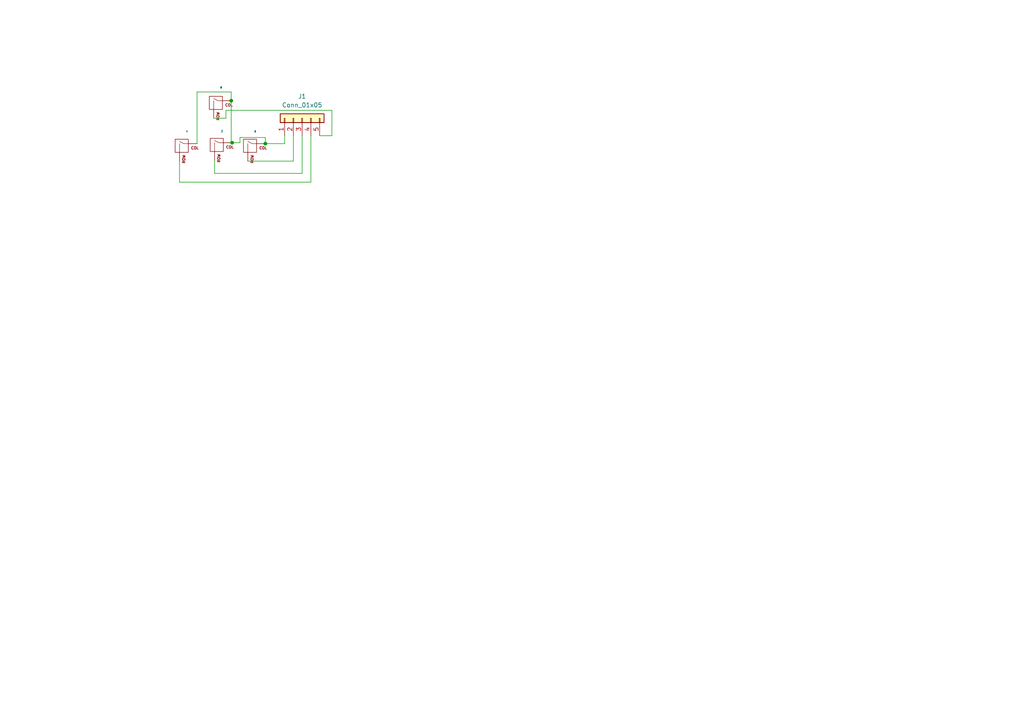
<source format=kicad_sch>
(kicad_sch (version 20211123) (generator eeschema)
  (paper "A4")
  (lib_symbols
    (symbol "Connector_Generic:Conn_01x05" (pin_names (offset 1.016) hide)
      (property "Reference" "J" (at 0 7.62 0))
      (property "Value" "Conn_01x05" (at 0 -7.62 0))
      (symbol "Conn_01x05_1_1"
        (rectangle (start -1.27 -4.953) (end 0 -5.207) (stroke (width 0.1524)))
        (rectangle (start -1.27 -2.413) (end 0 -2.667) (stroke (width 0.1524)))
        (rectangle (start -1.27 0.127) (end 0 -0.127) (stroke (width 0.1524)))
        (rectangle (start -1.27 2.667) (end 0 2.413) (stroke (width 0.1524)))
        (rectangle (start -1.27 5.207) (end 0 4.953) (stroke (width 0.1524)))
        (rectangle (start -1.27 6.35) (end 1.27 -6.35) (stroke (width 0.254)) (fill (type background)))
        (pin passive line (at -5.08 5.08 0) (length 3.81) (name "Pin_1") (number "1"))
        (pin passive line (at -5.08 2.54 0) (length 3.81) (name "Pin_2") (number "2"))
        (pin passive line (at -5.08 0 0) (length 3.81) (name "Pin_3") (number "3"))
        (pin passive line (at -5.08 -2.54 0) (length 3.81) (name "Pin_4") (number "4"))
        (pin passive line (at -5.08 -5.08 0) (length 3.81) (name "Pin_5") (number "5"))
      )
    )
    (symbol "keyswitch:MX-NoLED" (pin_names (offset 1.016))
      (property "Value" "MX-NoLED" (at 0.8856 5.08 0))
      (symbol "MX-NoLED_0_0"
        (rectangle (start -2.54 2.54) (end 1.27 -1.27))
        (polyline (pts (xy -1.27 -1.27) (xy -1.27 1.27)) (stroke (width 0.127)))
        (polyline (pts (xy 1.27 1.27) (xy 0 1.27) (xy -1.27 1.905)) (stroke (width 0.127)))
        (text "COL" (at 3.175 0 0) (effects (font (size 0.762 0.762))))
        (text "ROW" (at 0 -1.905 900) (effects (font (size 0.762 0.762)) (justify right)))
      )
      (symbol "MX-NoLED_1_1"
        (pin passive line (at 3.81 1.27 180) (length 2.54) (name "COL") (number "1"))
        (pin passive line (at -1.27 -3.81 90) (length 2.54) (name "ROW") (number "2"))
      )
    )
  )
  (junction (at 76.962 41.656))
  (junction (at 67.056 29.21))
  (junction (at 67.31 41.402))
  (wire (pts (xy 57.15 26.67) (xy 67.056 26.67)))
  (wire (pts (xy 76.962 41.656) (xy 82.55 41.656)))
  (wire (pts (xy 90.17 52.832) (xy 52.07 52.832)))
  (wire (pts (xy 69.596 41.402) (xy 69.596 39.878)))
  (wire (pts (xy 62.23 50.292) (xy 62.23 46.482)))
  (wire (pts (xy 71.882 46.736) (xy 85.09 46.736)))
  (wire (pts (xy 67.31 41.148) (xy 67.31 41.402)))
  (wire (pts (xy 96.266 39.37) (xy 96.266 32.004)))
  (wire (pts (xy 67.31 41.402) (xy 69.596 41.402)))
  (wire (pts (xy 67.056 41.148) (xy 67.31 41.148)))
  (wire (pts (xy 65.532 34.29) (xy 61.976 34.29)))
  (wire (pts (xy 69.596 39.878) (xy 76.962 39.878)))
  (wire (pts (xy 96.266 32.004) (xy 65.532 32.004)))
  (wire (pts (xy 87.63 50.292) (xy 62.23 50.292)))
  (wire (pts (xy 82.55 41.656) (xy 82.55 39.37)))
  (wire (pts (xy 57.15 41.656) (xy 57.15 26.67)))
  (wire (pts (xy 52.07 52.832) (xy 52.07 46.736)))
  (wire (pts (xy 85.09 46.736) (xy 85.09 39.37)))
  (wire (pts (xy 65.532 32.004) (xy 65.532 34.29)))
  (wire (pts (xy 92.71 39.37) (xy 96.266 39.37)))
  (wire (pts (xy 87.63 39.37) (xy 87.63 50.292)))
  (wire (pts (xy 67.056 29.21) (xy 67.056 41.148)))
  (wire (pts (xy 90.17 39.37) (xy 90.17 52.832)))
  (wire (pts (xy 76.962 39.878) (xy 76.962 41.656)))
  (wire (pts (xy 67.056 26.67) (xy 67.056 29.21)))
  (symbol (lib_id "keyswitch:MX-NoLED") (at 73.152 42.926 0) (unit 1)
    (property "Reference" "MX4" (effects hide))
    (property "Value" "6" (at 74.0376 38.1 0) (effects (font (size 0.508 0.508))))
    (property "Footprint" "Kailh_Choc:KailhChoc-1U" (effects hide))
  )
  (symbol (lib_id "keyswitch:MX-NoLED") (at 63.5 42.672 0) (unit 1)
    (property "Reference" "MX3" (effects hide))
    (property "Value" "2" (at 64.3856 38.1 0) (effects (font (size 0.508 0.508))))
    (property "Footprint" "Kailh_Choc:KailhChoc-1U" (effects hide))
  )
  (symbol (lib_id "keyswitch:MX-NoLED") (at 53.34 42.926 0) (unit 1)
    (property "Reference" "MX1" (effects hide))
    (property "Value" "4" (at 54.2256 38.1 0) (effects (font (size 0.508 0.508))))
    (property "Footprint" "Kailh_Choc:KailhChoc-1U" (effects hide))
  )
  (symbol (lib_id "keyswitch:MX-NoLED") (at 63.246 30.48 0) (unit 1)
    (property "Reference" "MX2" (effects hide))
    (property "Value" "8" (at 64.1316 25.4 0) (effects (font (size 0.508 0.508))))
    (property "Footprint" "Kailh_Choc:KailhChoc-1U" (effects hide))
  )
  (symbol (lib_id "Connector_Generic:Conn_01x05") (at 87.63 34.29 90) (unit 1)
    (property "Reference" "J1" (at 87.63 27.94 90))
    (property "Value" "Conn_01x05" (at 87.63 30.48 90))
    (property "Footprint" "Connector_PinSocket_2.54mm:PinSocket_1x05_P2.54mm_Vertical" (effects hide))
  )
)
</source>
